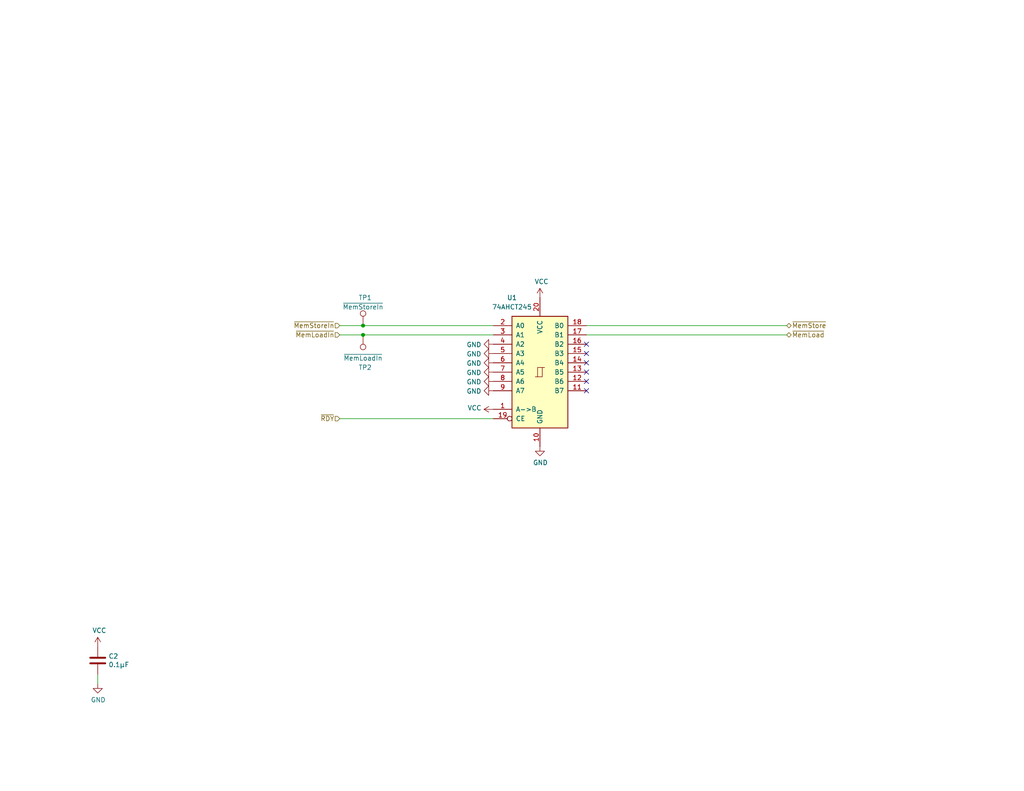
<source format=kicad_sch>
(kicad_sch (version 20230121) (generator eeschema)
  (paper "USLetter")
  (title_block (date "2023-11-15") (rev "A"))
  (lib_symbols
    (symbol "74xx:74LS245" (pin_names (offset 1.016))
      (property "Reference" "U" (at -7.62 16.51 0))
      (property "Value" "74LS245" (at -7.62 -16.51 0))
      (symbol "74LS245_1_0"
        (polyline (pts (xy -0.635 -1.27) (xy -0.635 1.27) (xy 0.635 1.27)))
        (polyline (pts (xy -1.27 -1.27) (xy 0.635 -1.27) (xy 0.635 1.27) (xy 1.27 1.27)))
        (pin input line (at -12.7 -10.16 0) (length 5.08) (name "A->B") (number "1"))
        (pin power_in line (at 0 -20.32 90) (length 5.08) (name "GND") (number "10"))
        (pin tri_state line (at 12.7 -5.08 180) (length 5.08) (name "B7") (number "11"))
        (pin tri_state line (at 12.7 -2.54 180) (length 5.08) (name "B6") (number "12"))
        (pin tri_state line (at 12.7 0 180) (length 5.08) (name "B5") (number "13"))
        (pin tri_state line (at 12.7 2.54 180) (length 5.08) (name "B4") (number "14"))
        (pin tri_state line (at 12.7 5.08 180) (length 5.08) (name "B3") (number "15"))
        (pin tri_state line (at 12.7 7.62 180) (length 5.08) (name "B2") (number "16"))
        (pin tri_state line (at 12.7 10.16 180) (length 5.08) (name "B1") (number "17"))
        (pin tri_state line (at 12.7 12.7 180) (length 5.08) (name "B0") (number "18"))
        (pin input inverted (at -12.7 -12.7 0) (length 5.08) (name "CE") (number "19"))
        (pin tri_state line (at -12.7 12.7 0) (length 5.08) (name "A0") (number "2"))
        (pin power_in line (at 0 20.32 270) (length 5.08) (name "VCC") (number "20"))
        (pin tri_state line (at -12.7 10.16 0) (length 5.08) (name "A1") (number "3"))
        (pin tri_state line (at -12.7 7.62 0) (length 5.08) (name "A2") (number "4"))
        (pin tri_state line (at -12.7 5.08 0) (length 5.08) (name "A3") (number "5"))
        (pin tri_state line (at -12.7 2.54 0) (length 5.08) (name "A4") (number "6"))
        (pin tri_state line (at -12.7 0 0) (length 5.08) (name "A5") (number "7"))
        (pin tri_state line (at -12.7 -2.54 0) (length 5.08) (name "A6") (number "8"))
        (pin tri_state line (at -12.7 -5.08 0) (length 5.08) (name "A7") (number "9"))
      )
      (symbol "74LS245_1_1"
        (rectangle (start -7.62 15.24) (end 7.62 -15.24) (stroke (width 0.254)) (fill (type background)))
      )
    )
    (symbol "Connector:TestPoint" (pin_numbers hide) (pin_names (offset 0.762) hide)
      (property "Reference" "TP" (at 0 6.858 0))
      (property "Value" "TestPoint" (at 0 5.08 0))
      (symbol "TestPoint_0_1"
        (circle (center 0 3.302) (radius 0.762))
      )
      (symbol "TestPoint_1_1"
        (pin passive line (at 0 0 90) (length 2.54) (name "1") (number "1"))
      )
    )
    (symbol "Device:C" (pin_numbers hide) (pin_names (offset 0.254))
      (property "Reference" "C" (at 0.635 2.54 0))
      (property "Value" "C" (at 0.635 -2.54 0))
      (symbol "C_0_1"
        (polyline (pts (xy -2.032 -0.762) (xy 2.032 -0.762)) (stroke (width 0.508)))
        (polyline (pts (xy -2.032 0.762) (xy 2.032 0.762)) (stroke (width 0.508)))
      )
      (symbol "C_1_1"
        (pin passive line (at 0 3.81 270) (length 2.794) (name "~") (number "1"))
        (pin passive line (at 0 -3.81 90) (length 2.794) (name "~") (number "2"))
      )
    )
    (symbol "power:GND" (power) (pin_names (offset 0))
      (property "Value" "GND" (at 0 -3.81 0))
      (symbol "GND_0_1"
        (polyline (pts (xy 0 0) (xy 0 -1.27) (xy 1.27 -1.27) (xy 0 -2.54) (xy -1.27 -1.27) (xy 0 -1.27)))
      )
      (symbol "GND_1_1"
        (pin power_in line (at 0 0 270) (length 0) hide (name "GND") (number "1"))
      )
    )
    (symbol "power:VCC" (power) (pin_names (offset 0))
      (property "Value" "VCC" (at 0 3.81 0))
      (symbol "VCC_0_1"
        (polyline (pts (xy -0.762 1.27) (xy 0 2.54)))
        (polyline (pts (xy 0 0) (xy 0 2.54)))
        (polyline (pts (xy 0 2.54) (xy 0.762 1.27)))
      )
      (symbol "VCC_1_1"
        (pin power_in line (at 0 0 90) (length 0) hide (name "VCC") (number "1"))
      )
    )
  )
  (junction (at 99.06 88.9))
  (junction (at 99.06 91.44))
  (no_connect (at 160.02 93.98))
  (no_connect (at 160.02 96.52))
  (no_connect (at 160.02 101.6))
  (no_connect (at 160.02 99.06))
  (no_connect (at 160.02 104.14))
  (no_connect (at 160.02 106.68))
  (wire (pts (xy 26.67 186.69) (xy 26.67 184.15)))
  (wire (pts (xy 160.02 88.9) (xy 214.63 88.9)))
  (wire (pts (xy 160.02 91.44) (xy 214.63 91.44)))
  (wire (pts (xy 92.71 88.9) (xy 99.06 88.9)))
  (wire (pts (xy 92.71 91.44) (xy 99.06 91.44)))
  (wire (pts (xy 92.71 114.3) (xy 134.62 114.3)))
  (wire (pts (xy 99.06 88.9) (xy 134.62 88.9)))
  (wire (pts (xy 99.06 91.44) (xy 134.62 91.44)))
  (hierarchical_label "~{MemLoad}" (shape tri_state) (at 214.63 91.44 0))
  (hierarchical_label "~{MemLoadIn}" (shape input) (at 92.71 91.44 180))
  (hierarchical_label "~{MemStoreIn}" (shape input) (at 92.71 88.9 180))
  (hierarchical_label "~{RDY}" (shape input) (at 92.71 114.3 180))
  (hierarchical_label "~{MemStore}" (shape tri_state) (at 214.63 88.9 0))
  (symbol (lib_id "Device:C") (at 26.67 180.34 0) (unit 1)
    (property "Reference" "C2" (at 29.591 179.1716 0) (effects (justify left)))
    (property "Value" "0.1μF" (at 29.591 181.483 0) (effects (justify left)))
    (property "Footprint" "Capacitor_SMD:C_0603_1608Metric_Pad1.08x0.95mm_HandSolder" (effects hide))
    (property "Mouser" "https://www.mouser.com/ProductDetail/963-EMK107B7104KAHT" (effects hide))
  )
  (symbol (lib_id "power:VCC") (at 26.67 176.53 0) (unit 1)
    (property "Reference" "#PWR016" (effects hide))
    (property "Value" "VCC" (at 27.1018 172.1358 0))
  )
  (symbol (lib_id "power:GND") (at 26.67 186.69 0) (unit 1)
    (property "Reference" "#PWR017" (effects hide))
    (property "Value" "GND" (at 26.797 191.0842 0))
  )
  (symbol (lib_id "power:GND") (at 134.62 93.98 270) (unit 1)
    (property "Reference" "#PWR018" (effects hide))
    (property "Value" "GND" (at 131.3688 94.107 90) (effects (justify right)))
  )
  (symbol (lib_id "power:GND") (at 134.62 96.52 270) (unit 1)
    (property "Reference" "#PWR019" (effects hide))
    (property "Value" "GND" (at 131.3688 96.647 90) (effects (justify right)))
  )
  (symbol (lib_id "power:GND") (at 134.62 99.06 270) (unit 1)
    (property "Reference" "#PWR020" (effects hide))
    (property "Value" "GND" (at 131.3688 99.187 90) (effects (justify right)))
  )
  (symbol (lib_id "power:GND") (at 134.62 101.6 270) (unit 1)
    (property "Reference" "#PWR021" (effects hide))
    (property "Value" "GND" (at 131.3688 101.727 90) (effects (justify right)))
  )
  (symbol (lib_id "power:GND") (at 134.62 104.14 270) (unit 1)
    (property "Reference" "#PWR022" (effects hide))
    (property "Value" "GND" (at 131.3688 104.267 90) (effects (justify right)))
  )
  (symbol (lib_id "power:GND") (at 134.62 106.68 270) (unit 1)
    (property "Reference" "#PWR023" (effects hide))
    (property "Value" "GND" (at 131.3688 106.807 90) (effects (justify right)))
  )
  (symbol (lib_id "74xx:74LS245") (at 147.32 101.6 0) (unit 1)
    (property "Reference" "U1" (at 139.7 81.28 0))
    (property "Value" "74AHCT245" (at 139.7 83.82 0))
    (property "Footprint" "Package_SO:TSSOP-20_4.4x6.5mm_P0.65mm" (effects hide))
    (property "Datasheet" "http://www.ti.com/lit/gpn/sn74LS245" (effects hide))
    (property "Mouser" "https://www.mouser.com/ProductDetail/Nexperia/74AHCT245APWJ?qs=u4fy%2FsgLU9Nfcswc3zVmFw%3D%3D" (effects hide))
  )
  (symbol (lib_id "power:VCC") (at 147.32 81.28 0) (unit 1)
    (property "Reference" "#PWR025" (effects hide))
    (property "Value" "VCC" (at 147.7518 76.8858 0))
  )
  (symbol (lib_id "power:GND") (at 147.32 121.92 0) (unit 1)
    (property "Reference" "#PWR026" (effects hide))
    (property "Value" "GND" (at 147.447 126.3142 0))
  )
  (symbol (lib_id "power:VCC") (at 134.62 111.76 90) (unit 1)
    (property "Reference" "#PWR024" (effects hide))
    (property "Value" "VCC" (at 131.3942 111.379 90) (effects (justify left)))
  )
  (symbol (lib_id "Connector:TestPoint") (at 99.06 91.44 0) (mirror x) (unit 1)
    (property "Reference" "TP2" (at 97.79 100.33 0) (effects (justify left)))
    (property "Value" "~{MemLoadIn}" (at 99.06 97.79 0))
    (property "Footprint" "TestPoint:TestPoint_Pad_D1.0mm" (effects hide))
  )
  (symbol (lib_id "Connector:TestPoint") (at 99.06 88.9 0) (unit 1)
    (property "Reference" "TP1" (at 97.79 81.28 0) (effects (justify left)))
    (property "Value" "~{MemStoreIn}" (at 99.06 83.82 0))
    (property "Footprint" "TestPoint:TestPoint_Pad_D1.0mm" (effects hide))
  )
)
</source>
